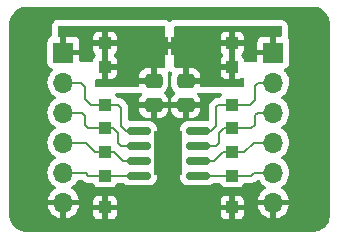
<source format=gtl>
%TF.GenerationSoftware,KiCad,Pcbnew,8.0.3*%
%TF.CreationDate,2024-08-11T06:13:30+12:00*%
%TF.ProjectId,soic-8,736f6963-2d38-42e6-9b69-6361645f7063,rev?*%
%TF.SameCoordinates,Original*%
%TF.FileFunction,Copper,L1,Top*%
%TF.FilePolarity,Positive*%
%FSLAX46Y46*%
G04 Gerber Fmt 4.6, Leading zero omitted, Abs format (unit mm)*
G04 Created by KiCad (PCBNEW 8.0.3) date 2024-08-11 06:13:30*
%MOMM*%
%LPD*%
G01*
G04 APERTURE LIST*
G04 Aperture macros list*
%AMRoundRect*
0 Rectangle with rounded corners*
0 $1 Rounding radius*
0 $2 $3 $4 $5 $6 $7 $8 $9 X,Y pos of 4 corners*
0 Add a 4 corners polygon primitive as box body*
4,1,4,$2,$3,$4,$5,$6,$7,$8,$9,$2,$3,0*
0 Add four circle primitives for the rounded corners*
1,1,$1+$1,$2,$3*
1,1,$1+$1,$4,$5*
1,1,$1+$1,$6,$7*
1,1,$1+$1,$8,$9*
0 Add four rect primitives between the rounded corners*
20,1,$1+$1,$2,$3,$4,$5,0*
20,1,$1+$1,$4,$5,$6,$7,0*
20,1,$1+$1,$6,$7,$8,$9,0*
20,1,$1+$1,$8,$9,$2,$3,0*%
%AMFreePoly0*
4,1,19,0.500000,-0.750000,0.000000,-0.750000,0.000000,-0.744911,-0.071157,-0.744911,-0.207708,-0.704816,-0.327430,-0.627875,-0.420627,-0.520320,-0.479746,-0.390866,-0.500000,-0.250000,-0.500000,0.250000,-0.479746,0.390866,-0.420627,0.520320,-0.327430,0.627875,-0.207708,0.704816,-0.071157,0.744911,0.000000,0.744911,0.000000,0.750000,0.500000,0.750000,0.500000,-0.750000,0.500000,-0.750000,
$1*%
%AMFreePoly1*
4,1,19,0.000000,0.744911,0.071157,0.744911,0.207708,0.704816,0.327430,0.627875,0.420627,0.520320,0.479746,0.390866,0.500000,0.250000,0.500000,-0.250000,0.479746,-0.390866,0.420627,-0.520320,0.327430,-0.627875,0.207708,-0.704816,0.071157,-0.744911,0.000000,-0.744911,0.000000,-0.750000,-0.500000,-0.750000,-0.500000,0.750000,0.000000,0.750000,0.000000,0.744911,0.000000,0.744911,
$1*%
G04 Aperture macros list end*
%TA.AperFunction,EtchedComponent*%
%ADD10C,0.000000*%
%TD*%
%TA.AperFunction,ComponentPad*%
%ADD11R,1.000000X1.000000*%
%TD*%
%TA.AperFunction,SMDPad,CuDef*%
%ADD12RoundRect,0.250000X-0.475000X0.337500X-0.475000X-0.337500X0.475000X-0.337500X0.475000X0.337500X0*%
%TD*%
%TA.AperFunction,SMDPad,CuDef*%
%ADD13RoundRect,0.150000X-0.825000X-0.150000X0.825000X-0.150000X0.825000X0.150000X-0.825000X0.150000X0*%
%TD*%
%TA.AperFunction,HeatsinkPad*%
%ADD14C,0.500000*%
%TD*%
%TA.AperFunction,HeatsinkPad*%
%ADD15R,2.410000X3.810000*%
%TD*%
%TA.AperFunction,SMDPad,CuDef*%
%ADD16FreePoly0,0.000000*%
%TD*%
%TA.AperFunction,SMDPad,CuDef*%
%ADD17FreePoly1,0.000000*%
%TD*%
%TA.AperFunction,ComponentPad*%
%ADD18R,1.700000X1.700000*%
%TD*%
%TA.AperFunction,ComponentPad*%
%ADD19O,1.700000X1.700000*%
%TD*%
%TA.AperFunction,ViaPad*%
%ADD20C,0.600000*%
%TD*%
%TA.AperFunction,ViaPad*%
%ADD21C,0.400000*%
%TD*%
%TA.AperFunction,Conductor*%
%ADD22C,0.200000*%
%TD*%
%ADD23C,0.300000*%
%ADD24C,0.200000*%
%ADD25C,0.350000*%
G04 APERTURE END LIST*
D10*
%TA.AperFunction,EtchedComponent*%
%TO.C,JP101*%
G36*
X-22750000Y-9100000D02*
G01*
X-23250000Y-9100000D01*
X-23250000Y-8500000D01*
X-22750000Y-8500000D01*
X-22750000Y-9100000D01*
G37*
%TD.AperFunction*%
%TD*%
D11*
%TO.P,TP105,1,1*%
%TO.N,Net-(J101-Pin_2)*%
X-28500000Y-13800000D03*
%TD*%
D12*
%TO.P,C101,1*%
%TO.N,Net-(J101-Pin_1)*%
X-24360000Y-11762500D03*
%TO.P,C101,2*%
%TO.N,GND*%
X-24360000Y-13837500D03*
%TD*%
D11*
%TO.P,TP102,1,1*%
%TO.N,Net-(J101-Pin_1)*%
X-28500000Y-10600000D03*
%TD*%
%TO.P,TP103,1,1*%
%TO.N,Net-(J102-Pin_1)*%
X-17700000Y-10600000D03*
%TD*%
%TO.P,TP104,1,1*%
%TO.N,Net-(J102-Pin_1)*%
X-17700000Y-8600000D03*
%TD*%
%TO.P,TP107,1,1*%
%TO.N,Net-(J101-Pin_4)*%
X-28500000Y-17800000D03*
%TD*%
D13*
%TO.P,U101,1,1*%
%TO.N,Net-(J101-Pin_2)*%
X-25585000Y-15995000D03*
%TO.P,U101,2,2*%
%TO.N,Net-(J101-Pin_3)*%
X-25585000Y-17265000D03*
%TO.P,U101,3,3*%
%TO.N,Net-(J101-Pin_4)*%
X-25585000Y-18535000D03*
%TO.P,U101,4,4*%
%TO.N,Net-(J101-Pin_5)*%
X-25585000Y-19805000D03*
%TO.P,U101,5,5*%
%TO.N,Net-(J102-Pin_5)*%
X-20635000Y-19805000D03*
%TO.P,U101,6,6*%
%TO.N,Net-(J102-Pin_4)*%
X-20635000Y-18535000D03*
%TO.P,U101,7,7*%
%TO.N,Net-(J102-Pin_3)*%
X-20635000Y-17265000D03*
%TO.P,U101,8,8*%
%TO.N,Net-(J102-Pin_2)*%
X-20635000Y-15995000D03*
D14*
%TO.P,U101,9,PAD*%
%TO.N,GND*%
X-23810000Y-16500000D03*
X-23810000Y-17900000D03*
X-23810000Y-19300000D03*
D15*
X-23110000Y-17900000D03*
D14*
X-22410000Y-16500000D03*
X-22410000Y-17900000D03*
X-22410000Y-19300000D03*
%TD*%
D11*
%TO.P,TP113,1,1*%
%TO.N,GND*%
X-28500000Y-22500000D03*
%TD*%
%TO.P,TP108,1,1*%
%TO.N,Net-(J101-Pin_5)*%
X-28500000Y-19800000D03*
%TD*%
%TO.P,TP110,1,1*%
%TO.N,Net-(J102-Pin_4)*%
X-17700000Y-17800000D03*
%TD*%
%TO.P,TP111,1,1*%
%TO.N,Net-(J102-Pin_3)*%
X-17700000Y-15800000D03*
%TD*%
%TO.P,TP109,1,1*%
%TO.N,Net-(J102-Pin_5)*%
X-17700000Y-19800000D03*
%TD*%
%TO.P,TP112,1,1*%
%TO.N,Net-(J102-Pin_2)*%
X-17700000Y-13800000D03*
%TD*%
%TO.P,TP114,1,1*%
%TO.N,GND*%
X-17700000Y-22500000D03*
%TD*%
D12*
%TO.P,C102,1*%
%TO.N,Net-(J102-Pin_1)*%
X-21640000Y-11762500D03*
%TO.P,C102,2*%
%TO.N,GND*%
X-21640000Y-13837500D03*
%TD*%
D11*
%TO.P,TP106,1,1*%
%TO.N,Net-(J101-Pin_3)*%
X-28500000Y-15800000D03*
%TD*%
D16*
%TO.P,JP101,1,A*%
%TO.N,Net-(J101-Pin_1)*%
X-23650000Y-8800000D03*
D17*
%TO.P,JP101,2,B*%
%TO.N,Net-(J102-Pin_1)*%
X-22350000Y-8800000D03*
%TD*%
D11*
%TO.P,TP101,1,1*%
%TO.N,Net-(J101-Pin_1)*%
X-28500000Y-8600000D03*
%TD*%
D18*
%TO.P,J102,1,Pin_1*%
%TO.N,Net-(J102-Pin_1)*%
X-14220000Y-9380000D03*
D19*
%TO.P,J102,2,Pin_2*%
%TO.N,Net-(J102-Pin_2)*%
X-14220000Y-11920000D03*
%TO.P,J102,3,Pin_3*%
%TO.N,Net-(J102-Pin_3)*%
X-14220000Y-14460000D03*
%TO.P,J102,4,Pin_4*%
%TO.N,Net-(J102-Pin_4)*%
X-14220000Y-17000000D03*
%TO.P,J102,5,Pin_5*%
%TO.N,Net-(J102-Pin_5)*%
X-14220000Y-19540000D03*
%TO.P,J102,6,Pin_6*%
%TO.N,GND*%
X-14220000Y-22080000D03*
%TD*%
D18*
%TO.P,J101,1,Pin_1*%
%TO.N,Net-(J101-Pin_1)*%
X-32000000Y-9380000D03*
D19*
%TO.P,J101,2,Pin_2*%
%TO.N,Net-(J101-Pin_2)*%
X-32000000Y-11920000D03*
%TO.P,J101,3,Pin_3*%
%TO.N,Net-(J101-Pin_3)*%
X-32000000Y-14460000D03*
%TO.P,J101,4,Pin_4*%
%TO.N,Net-(J101-Pin_4)*%
X-32000000Y-17000000D03*
%TO.P,J101,5,Pin_5*%
%TO.N,Net-(J101-Pin_5)*%
X-32000000Y-19540000D03*
%TO.P,J101,6,Pin_6*%
%TO.N,GND*%
X-32000000Y-22080000D03*
%TD*%
D20*
%TO.N,GND*%
X-21000000Y-24000000D03*
X-35000000Y-24000000D03*
D21*
X-20500000Y-13840380D03*
D20*
X-27000000Y-24000000D03*
D21*
X-26000000Y-14900000D03*
D20*
X-29000000Y-6000000D03*
D21*
X-23000000Y-12800000D03*
X-19000000Y-13000000D03*
X-27200000Y-13000000D03*
D20*
X-10000000Y-22000000D03*
X-27000000Y-6000000D03*
X-13000000Y-24000000D03*
X-21000000Y-6000000D03*
X-25000000Y-6000000D03*
X-10000000Y-8000000D03*
X-36000000Y-20000000D03*
D21*
X-23000000Y-11200000D03*
D20*
X-36000000Y-10000000D03*
D21*
X-25437500Y-13837500D03*
D20*
X-13000000Y-6000000D03*
X-15000000Y-6000000D03*
X-36000000Y-18000000D03*
X-10000000Y-12000000D03*
X-35000000Y-6000000D03*
X-19000000Y-24000000D03*
X-36000000Y-12000000D03*
D21*
X-23000000Y-14800000D03*
D20*
X-17000000Y-24000000D03*
X-19000000Y-6000000D03*
X-25000000Y-24000000D03*
X-33000000Y-6000000D03*
X-11000000Y-24000000D03*
X-31000000Y-6000000D03*
D21*
X-25800000Y-13100000D03*
D20*
X-31000000Y-24000000D03*
X-33000000Y-24000000D03*
X-10000000Y-14000000D03*
X-36000000Y-14000000D03*
X-11000000Y-6000000D03*
X-36000000Y-8000000D03*
X-15000000Y-24000000D03*
X-10000000Y-20000000D03*
D21*
X-20000000Y-14900000D03*
D20*
X-29000000Y-24000000D03*
D21*
X-20200000Y-13100000D03*
D20*
X-10000000Y-10000000D03*
X-23000000Y-24000000D03*
X-36000000Y-22000000D03*
X-23000000Y-6000000D03*
X-17000000Y-6000000D03*
X-10000000Y-18000000D03*
X-36000000Y-16000000D03*
X-10000000Y-16000000D03*
%TD*%
D22*
%TO.N,Net-(J101-Pin_4)*%
X-28500000Y-17800000D02*
X-29300000Y-17800000D01*
X-30060000Y-17040000D02*
X-32000000Y-17040000D01*
X-29300000Y-17800000D02*
X-30060000Y-17040000D01*
X-28500000Y-17800000D02*
X-27700000Y-17800000D01*
X-26965000Y-18535000D02*
X-25475000Y-18535000D01*
X-27700000Y-17800000D02*
X-26965000Y-18535000D01*
%TO.N,Net-(J101-Pin_2)*%
X-30540000Y-11960000D02*
X-32000000Y-11960000D01*
X-27400000Y-13800000D02*
X-28500000Y-13800000D01*
X-28500000Y-13800000D02*
X-29700000Y-13800000D01*
X-25475000Y-15995000D02*
X-26505000Y-15995000D01*
X-26705000Y-15995000D02*
X-25585000Y-15995000D01*
X-27100000Y-14100000D02*
X-27400000Y-13800000D01*
X-27100000Y-15600000D02*
X-27100000Y-14100000D01*
X-30200000Y-12300000D02*
X-30540000Y-11960000D01*
X-26705000Y-15995000D02*
X-27100000Y-15600000D01*
X-29700000Y-13800000D02*
X-30200000Y-13300000D01*
X-30200000Y-13300000D02*
X-30200000Y-12300000D01*
%TO.N,Net-(J101-Pin_3)*%
X-28300000Y-15800000D02*
X-29900000Y-15800000D01*
X-29900000Y-15800000D02*
X-30200000Y-15500000D01*
X-27400000Y-16200000D02*
X-27400000Y-17000000D01*
X-30200000Y-15500000D02*
X-30200000Y-14750000D01*
X-30450000Y-14500000D02*
X-32000000Y-14500000D01*
X-27135000Y-17265000D02*
X-25475000Y-17265000D01*
X-30200000Y-14750000D02*
X-30450000Y-14500000D01*
X-27800000Y-15800000D02*
X-27400000Y-16200000D01*
X-27400000Y-17000000D02*
X-27135000Y-17265000D01*
X-28500000Y-15800000D02*
X-27800000Y-15800000D01*
%TO.N,Net-(J102-Pin_2)*%
X-15800000Y-12200000D02*
X-15800000Y-13400000D01*
X-15800000Y-13400000D02*
X-16200000Y-13800000D01*
X-19100000Y-15600000D02*
X-19100000Y-14000000D01*
X-20525000Y-15995000D02*
X-19495000Y-15995000D01*
X-19495000Y-15995000D02*
X-19100000Y-15600000D01*
X-16200000Y-13800000D02*
X-17700000Y-13800000D01*
X-19100000Y-14000000D02*
X-18900000Y-13800000D01*
X-18900000Y-13800000D02*
X-17700000Y-13800000D01*
X-14000000Y-11920000D02*
X-15520000Y-11920000D01*
X-15520000Y-11920000D02*
X-15800000Y-12200000D01*
%TO.N,Net-(J102-Pin_3)*%
X-18800000Y-16200000D02*
X-18400000Y-15800000D01*
X-15800000Y-15500000D02*
X-15800000Y-14700000D01*
X-18800000Y-17000000D02*
X-18800000Y-16200000D01*
X-20525000Y-17265000D02*
X-19065000Y-17265000D01*
X-15800000Y-14700000D02*
X-15560000Y-14460000D01*
X-18400000Y-15800000D02*
X-17700000Y-15800000D01*
X-17700000Y-15800000D02*
X-16100000Y-15800000D01*
X-15560000Y-14460000D02*
X-14000000Y-14460000D01*
X-19065000Y-17265000D02*
X-18800000Y-17000000D01*
X-16100000Y-15800000D02*
X-15800000Y-15500000D01*
%TO.N,Net-(J102-Pin_4)*%
X-17700000Y-17800000D02*
X-16700000Y-17800000D01*
X-19235000Y-18535000D02*
X-18500000Y-17800000D01*
X-15900000Y-17000000D02*
X-14000000Y-17000000D01*
X-16700000Y-17800000D02*
X-15900000Y-17000000D01*
X-18500000Y-17800000D02*
X-17700000Y-17800000D01*
X-20525000Y-18535000D02*
X-19235000Y-18535000D01*
%TO.N,Net-(J101-Pin_5)*%
X-30120000Y-19580000D02*
X-32000000Y-19580000D01*
X-28495000Y-19805000D02*
X-28500000Y-19800000D01*
X-25475000Y-19805000D02*
X-28495000Y-19805000D01*
X-29900000Y-19800000D02*
X-30120000Y-19580000D01*
X-28500000Y-19800000D02*
X-29900000Y-19800000D01*
%TO.N,Net-(J102-Pin_5)*%
X-17705000Y-19805000D02*
X-17700000Y-19800000D01*
X-18005000Y-19805000D02*
X-18000000Y-19800000D01*
X-20525000Y-19805000D02*
X-17705000Y-19805000D01*
X-15840000Y-19540000D02*
X-14000000Y-19540000D01*
X-16100000Y-19800000D02*
X-15840000Y-19540000D01*
X-17700000Y-19800000D02*
X-16100000Y-19800000D01*
%TD*%
%TA.AperFunction,Conductor*%
%TO.N,Net-(J101-Pin_1)*%
G36*
X-23456961Y-7119685D02*
G01*
X-23411206Y-7172489D01*
X-23400000Y-7224000D01*
X-23400000Y-10562703D01*
X-23419685Y-10629742D01*
X-23441773Y-10655518D01*
X-23492037Y-10700048D01*
X-23555270Y-10729770D01*
X-23613268Y-10724939D01*
X-23732303Y-10685494D01*
X-23732310Y-10685493D01*
X-23835014Y-10675000D01*
X-24110000Y-10675000D01*
X-24110000Y-11888500D01*
X-24129685Y-11955539D01*
X-24182489Y-12001294D01*
X-24234000Y-12012500D01*
X-25584999Y-12012500D01*
X-25584999Y-12149984D01*
X-25583628Y-12163397D01*
X-25596397Y-12232090D01*
X-25644277Y-12282975D01*
X-25706986Y-12300000D01*
X-27103325Y-12300000D01*
X-27111597Y-12299500D01*
X-27114944Y-12299500D01*
X-27285056Y-12299500D01*
X-27288403Y-12299500D01*
X-27296675Y-12300000D01*
X-29176000Y-12300000D01*
X-29243039Y-12280315D01*
X-29288794Y-12227511D01*
X-29300000Y-12176000D01*
X-29300000Y-11700347D01*
X-29280315Y-11633308D01*
X-29227511Y-11587553D01*
X-29158353Y-11577609D01*
X-29132666Y-11584165D01*
X-29107377Y-11593597D01*
X-29107373Y-11593598D01*
X-29047845Y-11599999D01*
X-29047828Y-11600000D01*
X-28750000Y-11600000D01*
X-28250000Y-11600000D01*
X-27952172Y-11600000D01*
X-27952156Y-11599999D01*
X-27892628Y-11593598D01*
X-27892621Y-11593596D01*
X-27757914Y-11543354D01*
X-27757907Y-11543350D01*
X-27642813Y-11457190D01*
X-27642810Y-11457187D01*
X-27581294Y-11375013D01*
X-25585000Y-11375013D01*
X-25585000Y-11512500D01*
X-24610000Y-11512500D01*
X-24610000Y-10675000D01*
X-24884971Y-10675000D01*
X-24884988Y-10675001D01*
X-24987698Y-10685494D01*
X-25154120Y-10740641D01*
X-25154125Y-10740643D01*
X-25303346Y-10832684D01*
X-25427316Y-10956654D01*
X-25519357Y-11105875D01*
X-25519359Y-11105880D01*
X-25574506Y-11272302D01*
X-25574507Y-11272309D01*
X-25585000Y-11375013D01*
X-27581294Y-11375013D01*
X-27556650Y-11342093D01*
X-27556646Y-11342086D01*
X-27506404Y-11207379D01*
X-27506402Y-11207372D01*
X-27500001Y-11147844D01*
X-27500000Y-11147827D01*
X-27500000Y-10850000D01*
X-28250000Y-10850000D01*
X-28250000Y-11600000D01*
X-28750000Y-11600000D01*
X-28750000Y-10649728D01*
X-28711940Y-10741614D01*
X-28641614Y-10811940D01*
X-28549728Y-10850000D01*
X-28450272Y-10850000D01*
X-28358386Y-10811940D01*
X-28288060Y-10741614D01*
X-28250000Y-10649728D01*
X-28250000Y-10550272D01*
X-28288060Y-10458386D01*
X-28358386Y-10388060D01*
X-28450272Y-10350000D01*
X-28250000Y-10350000D01*
X-27500000Y-10350000D01*
X-27500000Y-10052172D01*
X-27500001Y-10052155D01*
X-27506402Y-9992627D01*
X-27506404Y-9992620D01*
X-27556646Y-9857913D01*
X-27556650Y-9857906D01*
X-27642810Y-9742813D01*
X-27700979Y-9699267D01*
X-27742850Y-9643333D01*
X-27747834Y-9573641D01*
X-27714349Y-9512318D01*
X-27700979Y-9500733D01*
X-27642810Y-9457186D01*
X-27556650Y-9342093D01*
X-27556646Y-9342086D01*
X-27506404Y-9207379D01*
X-27506402Y-9207372D01*
X-27500001Y-9147844D01*
X-27500000Y-9147827D01*
X-27500000Y-8850000D01*
X-28250000Y-8850000D01*
X-28250000Y-10350000D01*
X-28450272Y-10350000D01*
X-28549728Y-10350000D01*
X-28641614Y-10388060D01*
X-28711940Y-10458386D01*
X-28750000Y-10550272D01*
X-28750000Y-8850000D01*
X-29500000Y-8850000D01*
X-29500000Y-9147844D01*
X-29493599Y-9207372D01*
X-29493597Y-9207379D01*
X-29443355Y-9342086D01*
X-29443351Y-9342093D01*
X-29357191Y-9457187D01*
X-29299021Y-9500734D01*
X-29257151Y-9556668D01*
X-29252167Y-9626360D01*
X-29285653Y-9687683D01*
X-29299021Y-9699266D01*
X-29357191Y-9742812D01*
X-29443351Y-9857906D01*
X-29443355Y-9857913D01*
X-29493597Y-9992620D01*
X-29493599Y-9992627D01*
X-29500000Y-10052155D01*
X-29500000Y-10076000D01*
X-29519685Y-10143039D01*
X-29572489Y-10188794D01*
X-29624000Y-10200000D01*
X-30526000Y-10200000D01*
X-30593039Y-10180315D01*
X-30638794Y-10127511D01*
X-30650000Y-10076000D01*
X-30650000Y-9630000D01*
X-31566988Y-9630000D01*
X-31534075Y-9572993D01*
X-31500000Y-9445826D01*
X-31500000Y-9314174D01*
X-31534075Y-9187007D01*
X-31566988Y-9130000D01*
X-30650000Y-9130000D01*
X-30650000Y-8550272D01*
X-28750000Y-8550272D01*
X-28750000Y-8649728D01*
X-28711940Y-8741614D01*
X-28641614Y-8811940D01*
X-28549728Y-8850000D01*
X-28450272Y-8850000D01*
X-28358386Y-8811940D01*
X-28288060Y-8741614D01*
X-28250000Y-8649728D01*
X-28250000Y-8550272D01*
X-28288060Y-8458386D01*
X-28358386Y-8388060D01*
X-28450272Y-8350000D01*
X-28250000Y-8350000D01*
X-27500000Y-8350000D01*
X-27500000Y-8052172D01*
X-27500001Y-8052155D01*
X-27506402Y-7992627D01*
X-27506404Y-7992620D01*
X-27556646Y-7857913D01*
X-27556650Y-7857906D01*
X-27642810Y-7742812D01*
X-27642813Y-7742809D01*
X-27757907Y-7656649D01*
X-27757914Y-7656645D01*
X-27892621Y-7606403D01*
X-27892628Y-7606401D01*
X-27952156Y-7600000D01*
X-28250000Y-7600000D01*
X-28250000Y-8350000D01*
X-28450272Y-8350000D01*
X-28549728Y-8350000D01*
X-28641614Y-8388060D01*
X-28711940Y-8458386D01*
X-28750000Y-8550272D01*
X-30650000Y-8550272D01*
X-30650000Y-8482172D01*
X-30650001Y-8482155D01*
X-30656402Y-8422627D01*
X-30656404Y-8422620D01*
X-30706646Y-8287913D01*
X-30706650Y-8287906D01*
X-30792810Y-8172812D01*
X-30792813Y-8172809D01*
X-30907907Y-8086649D01*
X-30907914Y-8086645D01*
X-31000387Y-8052155D01*
X-29500000Y-8052155D01*
X-29500000Y-8350000D01*
X-28750000Y-8350000D01*
X-28750000Y-7600000D01*
X-29047845Y-7600000D01*
X-29107373Y-7606401D01*
X-29107380Y-7606403D01*
X-29242087Y-7656645D01*
X-29242094Y-7656649D01*
X-29357188Y-7742809D01*
X-29357191Y-7742812D01*
X-29443351Y-7857906D01*
X-29443355Y-7857913D01*
X-29493597Y-7992620D01*
X-29493599Y-7992627D01*
X-29500000Y-8052155D01*
X-31000387Y-8052155D01*
X-31042621Y-8036403D01*
X-31042628Y-8036401D01*
X-31102156Y-8030000D01*
X-31750000Y-8030000D01*
X-31750000Y-8946988D01*
X-31807007Y-8914075D01*
X-31934174Y-8880000D01*
X-32065826Y-8880000D01*
X-32192993Y-8914075D01*
X-32250000Y-8946988D01*
X-32250000Y-8030000D01*
X-32376000Y-8030000D01*
X-32443039Y-8010315D01*
X-32488794Y-7957511D01*
X-32500000Y-7906000D01*
X-32500000Y-7224000D01*
X-32480315Y-7156961D01*
X-32427511Y-7111206D01*
X-32376000Y-7100000D01*
X-23524000Y-7100000D01*
X-23456961Y-7119685D01*
G37*
%TD.AperFunction*%
%TD*%
%TA.AperFunction,Conductor*%
%TO.N,Net-(J102-Pin_1)*%
G36*
X-13556961Y-7119685D02*
G01*
X-13511206Y-7172489D01*
X-13500000Y-7224000D01*
X-13500000Y-7906000D01*
X-13519685Y-7973039D01*
X-13572489Y-8018794D01*
X-13624000Y-8030000D01*
X-13970000Y-8030000D01*
X-13970000Y-8946988D01*
X-14027007Y-8914075D01*
X-14154174Y-8880000D01*
X-14285826Y-8880000D01*
X-14412993Y-8914075D01*
X-14470000Y-8946988D01*
X-14470000Y-8030000D01*
X-15117845Y-8030000D01*
X-15177373Y-8036401D01*
X-15177380Y-8036403D01*
X-15312087Y-8086645D01*
X-15312094Y-8086649D01*
X-15427188Y-8172809D01*
X-15427191Y-8172812D01*
X-15513351Y-8287906D01*
X-15513355Y-8287913D01*
X-15563597Y-8422620D01*
X-15563599Y-8422627D01*
X-15570000Y-8482155D01*
X-15570000Y-9130000D01*
X-14653012Y-9130000D01*
X-14685925Y-9187007D01*
X-14720000Y-9314174D01*
X-14720000Y-9445826D01*
X-14685925Y-9572993D01*
X-14653012Y-9630000D01*
X-15570000Y-9630000D01*
X-15570000Y-10076000D01*
X-15589685Y-10143039D01*
X-15642489Y-10188794D01*
X-15694000Y-10200000D01*
X-16576000Y-10200000D01*
X-16643039Y-10180315D01*
X-16688794Y-10127511D01*
X-16700000Y-10076000D01*
X-16700000Y-10052172D01*
X-16700001Y-10052155D01*
X-16706402Y-9992627D01*
X-16706404Y-9992620D01*
X-16756646Y-9857913D01*
X-16756650Y-9857906D01*
X-16842810Y-9742813D01*
X-16900979Y-9699267D01*
X-16942850Y-9643333D01*
X-16947834Y-9573641D01*
X-16914349Y-9512318D01*
X-16900979Y-9500733D01*
X-16842810Y-9457186D01*
X-16756650Y-9342093D01*
X-16756646Y-9342086D01*
X-16706404Y-9207379D01*
X-16706402Y-9207372D01*
X-16700001Y-9147844D01*
X-16700000Y-9147827D01*
X-16700000Y-8850000D01*
X-17450000Y-8850000D01*
X-17450000Y-10550272D01*
X-17488060Y-10458386D01*
X-17558386Y-10388060D01*
X-17650272Y-10350000D01*
X-17749728Y-10350000D01*
X-17841614Y-10388060D01*
X-17911940Y-10458386D01*
X-17950000Y-10550272D01*
X-17950000Y-10649728D01*
X-17911940Y-10741614D01*
X-17841614Y-10811940D01*
X-17749728Y-10850000D01*
X-17650272Y-10850000D01*
X-17558386Y-10811940D01*
X-17488060Y-10741614D01*
X-17450000Y-10649728D01*
X-17450000Y-11600000D01*
X-17152172Y-11600000D01*
X-17152156Y-11599999D01*
X-17092628Y-11593598D01*
X-17092621Y-11593596D01*
X-16957914Y-11543354D01*
X-16957911Y-11543352D01*
X-16898312Y-11498736D01*
X-16832848Y-11474318D01*
X-16764575Y-11489169D01*
X-16715169Y-11538573D01*
X-16700000Y-11598002D01*
X-16700000Y-12176000D01*
X-16719685Y-12243039D01*
X-16772489Y-12288794D01*
X-16824000Y-12300000D01*
X-18903325Y-12300000D01*
X-18911597Y-12299500D01*
X-18914944Y-12299500D01*
X-19085056Y-12299500D01*
X-19088403Y-12299500D01*
X-19096675Y-12300000D01*
X-20293013Y-12300000D01*
X-20360052Y-12280315D01*
X-20405807Y-12227511D01*
X-20416371Y-12163395D01*
X-20415001Y-12149981D01*
X-20415000Y-12149973D01*
X-20415000Y-12012500D01*
X-21766000Y-12012500D01*
X-21833039Y-11992815D01*
X-21878794Y-11940011D01*
X-21890000Y-11888500D01*
X-21890000Y-11512500D01*
X-21390000Y-11512500D01*
X-20415001Y-11512500D01*
X-20415001Y-11375028D01*
X-20415002Y-11375013D01*
X-20425495Y-11272302D01*
X-20466736Y-11147844D01*
X-18700000Y-11147844D01*
X-18693599Y-11207372D01*
X-18693597Y-11207379D01*
X-18643355Y-11342086D01*
X-18643351Y-11342093D01*
X-18557191Y-11457187D01*
X-18557188Y-11457190D01*
X-18442094Y-11543350D01*
X-18442087Y-11543354D01*
X-18307380Y-11593596D01*
X-18307373Y-11593598D01*
X-18247845Y-11599999D01*
X-18247828Y-11600000D01*
X-17950000Y-11600000D01*
X-17950000Y-10850000D01*
X-18700000Y-10850000D01*
X-18700000Y-11147844D01*
X-20466736Y-11147844D01*
X-20480642Y-11105880D01*
X-20480644Y-11105875D01*
X-20572685Y-10956654D01*
X-20696655Y-10832684D01*
X-20845876Y-10740643D01*
X-20845881Y-10740641D01*
X-21012303Y-10685494D01*
X-21012310Y-10685493D01*
X-21115014Y-10675000D01*
X-21390000Y-10675000D01*
X-21390000Y-11512500D01*
X-21890000Y-11512500D01*
X-21890000Y-10675000D01*
X-22164971Y-10675000D01*
X-22164988Y-10675001D01*
X-22267699Y-10685494D01*
X-22386734Y-10724938D01*
X-22456562Y-10727340D01*
X-22507964Y-10700047D01*
X-22558227Y-10655518D01*
X-22595354Y-10596329D01*
X-22600000Y-10562703D01*
X-22600000Y-9147844D01*
X-18700000Y-9147844D01*
X-18693599Y-9207372D01*
X-18693597Y-9207379D01*
X-18643355Y-9342086D01*
X-18643351Y-9342093D01*
X-18557191Y-9457187D01*
X-18499021Y-9500734D01*
X-18457151Y-9556668D01*
X-18452167Y-9626360D01*
X-18485653Y-9687683D01*
X-18499021Y-9699266D01*
X-18557191Y-9742812D01*
X-18643351Y-9857906D01*
X-18643355Y-9857913D01*
X-18693597Y-9992620D01*
X-18693599Y-9992627D01*
X-18700000Y-10052155D01*
X-18700000Y-10350000D01*
X-17950000Y-10350000D01*
X-17950000Y-8850000D01*
X-18700000Y-8850000D01*
X-18700000Y-9147844D01*
X-22600000Y-9147844D01*
X-22600000Y-8550272D01*
X-17950000Y-8550272D01*
X-17950000Y-8649728D01*
X-17911940Y-8741614D01*
X-17841614Y-8811940D01*
X-17749728Y-8850000D01*
X-17650272Y-8850000D01*
X-17558386Y-8811940D01*
X-17488060Y-8741614D01*
X-17450000Y-8649728D01*
X-17450000Y-8550272D01*
X-17488060Y-8458386D01*
X-17558386Y-8388060D01*
X-17650272Y-8350000D01*
X-17450000Y-8350000D01*
X-16700000Y-8350000D01*
X-16700000Y-8052172D01*
X-16700001Y-8052155D01*
X-16706402Y-7992627D01*
X-16706404Y-7992620D01*
X-16756646Y-7857913D01*
X-16756650Y-7857906D01*
X-16842810Y-7742812D01*
X-16842813Y-7742809D01*
X-16957907Y-7656649D01*
X-16957914Y-7656645D01*
X-17092621Y-7606403D01*
X-17092628Y-7606401D01*
X-17152156Y-7600000D01*
X-17450000Y-7600000D01*
X-17450000Y-8350000D01*
X-17650272Y-8350000D01*
X-17749728Y-8350000D01*
X-17841614Y-8388060D01*
X-17911940Y-8458386D01*
X-17950000Y-8550272D01*
X-22600000Y-8550272D01*
X-22600000Y-8052155D01*
X-18700000Y-8052155D01*
X-18700000Y-8350000D01*
X-17950000Y-8350000D01*
X-17950000Y-7600000D01*
X-18247845Y-7600000D01*
X-18307373Y-7606401D01*
X-18307380Y-7606403D01*
X-18442087Y-7656645D01*
X-18442094Y-7656649D01*
X-18557188Y-7742809D01*
X-18557191Y-7742812D01*
X-18643351Y-7857906D01*
X-18643355Y-7857913D01*
X-18693597Y-7992620D01*
X-18693599Y-7992627D01*
X-18700000Y-8052155D01*
X-22600000Y-8052155D01*
X-22600000Y-7224000D01*
X-22580315Y-7156961D01*
X-22527511Y-7111206D01*
X-22476000Y-7100000D01*
X-13624000Y-7100000D01*
X-13556961Y-7119685D01*
G37*
%TD.AperFunction*%
%TD*%
%TA.AperFunction,Conductor*%
%TO.N,GND*%
G36*
X-10980103Y-5500501D02*
G01*
X-10918637Y-5500500D01*
X-10909792Y-5500815D01*
X-10709649Y-5515128D01*
X-10692146Y-5517645D01*
X-10500413Y-5559353D01*
X-10483447Y-5564334D01*
X-10299598Y-5632906D01*
X-10283516Y-5640249D01*
X-10111285Y-5734294D01*
X-10096422Y-5743847D01*
X-9939345Y-5861432D01*
X-9925974Y-5873017D01*
X-9787228Y-6011762D01*
X-9775642Y-6025133D01*
X-9658056Y-6182208D01*
X-9648491Y-6197092D01*
X-9554460Y-6369296D01*
X-9547110Y-6385389D01*
X-9478539Y-6569234D01*
X-9473555Y-6586210D01*
X-9431849Y-6777931D01*
X-9429331Y-6795442D01*
X-9415030Y-6995384D01*
X-9414714Y-7004231D01*
X-9414714Y-23012286D01*
X-9414715Y-23012304D01*
X-9414715Y-23081364D01*
X-9415031Y-23090209D01*
X-9429343Y-23290345D01*
X-9431861Y-23307858D01*
X-9473567Y-23499580D01*
X-9478551Y-23516555D01*
X-9547119Y-23700396D01*
X-9554469Y-23716490D01*
X-9648502Y-23888699D01*
X-9658067Y-23903582D01*
X-9775649Y-24060654D01*
X-9787235Y-24074025D01*
X-9925975Y-24212765D01*
X-9939346Y-24224351D01*
X-10096418Y-24341933D01*
X-10111301Y-24351498D01*
X-10283510Y-24445531D01*
X-10299604Y-24452881D01*
X-10483445Y-24521449D01*
X-10500420Y-24526433D01*
X-10692142Y-24568139D01*
X-10709655Y-24570657D01*
X-10909791Y-24584969D01*
X-10918636Y-24585285D01*
X-10987697Y-24585285D01*
X-10987713Y-24585286D01*
X-35012287Y-24585286D01*
X-35012303Y-24585285D01*
X-35081365Y-24585285D01*
X-35090210Y-24584969D01*
X-35290346Y-24570657D01*
X-35307859Y-24568139D01*
X-35499581Y-24526433D01*
X-35516556Y-24521449D01*
X-35608477Y-24487165D01*
X-35700401Y-24452879D01*
X-35716486Y-24445533D01*
X-35888703Y-24351496D01*
X-35903579Y-24341935D01*
X-36060655Y-24224351D01*
X-36074026Y-24212765D01*
X-36212766Y-24074025D01*
X-36224352Y-24060654D01*
X-36341939Y-23903575D01*
X-36351495Y-23888706D01*
X-36445537Y-23716479D01*
X-36452877Y-23700407D01*
X-36521452Y-23516550D01*
X-36526434Y-23499580D01*
X-36527736Y-23493596D01*
X-36568141Y-23307853D01*
X-36570658Y-23290345D01*
X-36573286Y-23253600D01*
X-36584971Y-23090208D01*
X-36585286Y-23081362D01*
X-36585285Y-23019897D01*
X-36585286Y-23019893D01*
X-36585286Y-11919999D01*
X-33355659Y-11919999D01*
X-33355659Y-11920000D01*
X-33335064Y-12155403D01*
X-33335062Y-12155413D01*
X-33273906Y-12383655D01*
X-33273904Y-12383659D01*
X-33273903Y-12383663D01*
X-33257269Y-12419334D01*
X-33174035Y-12597830D01*
X-33174033Y-12597834D01*
X-33087905Y-12720836D01*
X-33040580Y-12788424D01*
X-33038499Y-12791395D01*
X-33038494Y-12791402D01*
X-32871403Y-12958493D01*
X-32871397Y-12958498D01*
X-32685842Y-13088425D01*
X-32642217Y-13143002D01*
X-32635023Y-13212500D01*
X-32666546Y-13274855D01*
X-32685842Y-13291575D01*
X-32871403Y-13421505D01*
X-33038495Y-13588597D01*
X-33174035Y-13782169D01*
X-33174036Y-13782171D01*
X-33273902Y-13996335D01*
X-33273906Y-13996344D01*
X-33335062Y-14224586D01*
X-33335064Y-14224596D01*
X-33355659Y-14459999D01*
X-33355659Y-14460000D01*
X-33335064Y-14695403D01*
X-33335062Y-14695413D01*
X-33273906Y-14923655D01*
X-33273904Y-14923659D01*
X-33273903Y-14923663D01*
X-33203100Y-15075500D01*
X-33174035Y-15137830D01*
X-33174033Y-15137834D01*
X-33100216Y-15243255D01*
X-33041631Y-15326923D01*
X-33038499Y-15331395D01*
X-33038494Y-15331402D01*
X-32871403Y-15498493D01*
X-32871397Y-15498498D01*
X-32685842Y-15628425D01*
X-32642217Y-15683002D01*
X-32635023Y-15752500D01*
X-32666546Y-15814855D01*
X-32685842Y-15831575D01*
X-32871403Y-15961505D01*
X-33038495Y-16128597D01*
X-33174035Y-16322169D01*
X-33174036Y-16322171D01*
X-33273902Y-16536335D01*
X-33273906Y-16536344D01*
X-33335062Y-16764586D01*
X-33335064Y-16764596D01*
X-33355659Y-16999999D01*
X-33355659Y-17000000D01*
X-33335064Y-17235403D01*
X-33335062Y-17235413D01*
X-33273906Y-17463655D01*
X-33273904Y-17463659D01*
X-33273903Y-17463663D01*
X-33208773Y-17603334D01*
X-33174035Y-17677830D01*
X-33174033Y-17677834D01*
X-33065719Y-17832521D01*
X-33038499Y-17871396D01*
X-33038494Y-17871402D01*
X-32871403Y-18038493D01*
X-32871397Y-18038498D01*
X-32685842Y-18168425D01*
X-32642217Y-18223002D01*
X-32635023Y-18292500D01*
X-32666546Y-18354855D01*
X-32685842Y-18371575D01*
X-32871403Y-18501505D01*
X-33038495Y-18668597D01*
X-33174035Y-18862169D01*
X-33174036Y-18862171D01*
X-33273902Y-19076335D01*
X-33273906Y-19076344D01*
X-33335062Y-19304586D01*
X-33335064Y-19304596D01*
X-33355659Y-19539999D01*
X-33355659Y-19540000D01*
X-33335064Y-19775403D01*
X-33335062Y-19775413D01*
X-33273906Y-20003655D01*
X-33273904Y-20003659D01*
X-33273903Y-20003663D01*
X-33208773Y-20143334D01*
X-33174035Y-20217830D01*
X-33174033Y-20217834D01*
X-33076684Y-20356862D01*
X-33038499Y-20411396D01*
X-33038494Y-20411402D01*
X-32871403Y-20578493D01*
X-32871397Y-20578498D01*
X-32832835Y-20605499D01*
X-32758505Y-20657546D01*
X-32685406Y-20708730D01*
X-32641781Y-20763307D01*
X-32634587Y-20832805D01*
X-32666110Y-20895160D01*
X-32685405Y-20911880D01*
X-32871078Y-21041890D01*
X-32871080Y-21041891D01*
X-33038109Y-21208920D01*
X-33038114Y-21208926D01*
X-33173600Y-21402420D01*
X-33173601Y-21402422D01*
X-33273430Y-21616507D01*
X-33273433Y-21616513D01*
X-33330636Y-21829999D01*
X-33330636Y-21830000D01*
X-32433012Y-21830000D01*
X-32465925Y-21887007D01*
X-32500000Y-22014174D01*
X-32500000Y-22145826D01*
X-32465925Y-22272993D01*
X-32433012Y-22330000D01*
X-33330636Y-22330000D01*
X-33273433Y-22543486D01*
X-33273430Y-22543492D01*
X-33173601Y-22757578D01*
X-33038106Y-22951082D01*
X-32871083Y-23118105D01*
X-32677579Y-23253600D01*
X-32463493Y-23353429D01*
X-32463484Y-23353433D01*
X-32250000Y-23410634D01*
X-32250000Y-22513012D01*
X-32192993Y-22545925D01*
X-32065826Y-22580000D01*
X-31934174Y-22580000D01*
X-31807007Y-22545925D01*
X-31750000Y-22513012D01*
X-31750000Y-23410633D01*
X-31536517Y-23353433D01*
X-31536508Y-23353429D01*
X-31322422Y-23253600D01*
X-31128918Y-23118105D01*
X-31058657Y-23047844D01*
X-29500000Y-23047844D01*
X-29493599Y-23107372D01*
X-29493597Y-23107379D01*
X-29443355Y-23242086D01*
X-29443351Y-23242093D01*
X-29357191Y-23357187D01*
X-29357188Y-23357190D01*
X-29242094Y-23443350D01*
X-29242087Y-23443354D01*
X-29107380Y-23493596D01*
X-29107373Y-23493598D01*
X-29047845Y-23499999D01*
X-29047828Y-23500000D01*
X-28750000Y-23500000D01*
X-28250000Y-23500000D01*
X-27952172Y-23500000D01*
X-27952156Y-23499999D01*
X-27892628Y-23493598D01*
X-27892621Y-23493596D01*
X-27757914Y-23443354D01*
X-27757907Y-23443350D01*
X-27642813Y-23357190D01*
X-27642810Y-23357187D01*
X-27556650Y-23242093D01*
X-27556646Y-23242086D01*
X-27506404Y-23107379D01*
X-27506402Y-23107372D01*
X-27500001Y-23047844D01*
X-18700000Y-23047844D01*
X-18693599Y-23107372D01*
X-18693597Y-23107379D01*
X-18643355Y-23242086D01*
X-18643351Y-23242093D01*
X-18557191Y-23357187D01*
X-18557188Y-23357190D01*
X-18442094Y-23443350D01*
X-18442087Y-23443354D01*
X-18307380Y-23493596D01*
X-18307373Y-23493598D01*
X-18247845Y-23499999D01*
X-18247828Y-23500000D01*
X-17950000Y-23500000D01*
X-17450000Y-23500000D01*
X-17152172Y-23500000D01*
X-17152156Y-23499999D01*
X-17092628Y-23493598D01*
X-17092621Y-23493596D01*
X-16957914Y-23443354D01*
X-16957907Y-23443350D01*
X-16842813Y-23357190D01*
X-16842810Y-23357187D01*
X-16756650Y-23242093D01*
X-16756646Y-23242086D01*
X-16706404Y-23107379D01*
X-16706402Y-23107372D01*
X-16700001Y-23047844D01*
X-16700000Y-23047827D01*
X-16700000Y-22750000D01*
X-17450000Y-22750000D01*
X-17450000Y-23500000D01*
X-17950000Y-23500000D01*
X-17950000Y-22750000D01*
X-18700000Y-22750000D01*
X-18700000Y-23047844D01*
X-27500001Y-23047844D01*
X-27500000Y-23047827D01*
X-27500000Y-22750000D01*
X-28250000Y-22750000D01*
X-28250000Y-23500000D01*
X-28750000Y-23500000D01*
X-28750000Y-22750000D01*
X-29500000Y-22750000D01*
X-29500000Y-23047844D01*
X-31058657Y-23047844D01*
X-30961895Y-22951082D01*
X-30826400Y-22757578D01*
X-30726571Y-22543492D01*
X-30726568Y-22543486D01*
X-30701591Y-22450272D01*
X-28750000Y-22450272D01*
X-28750000Y-22549728D01*
X-28711940Y-22641614D01*
X-28641614Y-22711940D01*
X-28549728Y-22750000D01*
X-28450272Y-22750000D01*
X-28358386Y-22711940D01*
X-28288060Y-22641614D01*
X-28250000Y-22549728D01*
X-28250000Y-22450272D01*
X-17950000Y-22450272D01*
X-17950000Y-22549728D01*
X-17911940Y-22641614D01*
X-17841614Y-22711940D01*
X-17749728Y-22750000D01*
X-17650272Y-22750000D01*
X-17558386Y-22711940D01*
X-17488060Y-22641614D01*
X-17450000Y-22549728D01*
X-17450000Y-22450272D01*
X-17488060Y-22358386D01*
X-17558386Y-22288060D01*
X-17650272Y-22250000D01*
X-17450000Y-22250000D01*
X-16700000Y-22250000D01*
X-16700000Y-21952172D01*
X-16700001Y-21952155D01*
X-16706402Y-21892627D01*
X-16706404Y-21892620D01*
X-16756646Y-21757913D01*
X-16756650Y-21757906D01*
X-16842810Y-21642812D01*
X-16842813Y-21642809D01*
X-16957907Y-21556649D01*
X-16957914Y-21556645D01*
X-17092621Y-21506403D01*
X-17092628Y-21506401D01*
X-17152156Y-21500000D01*
X-17450000Y-21500000D01*
X-17450000Y-22250000D01*
X-17650272Y-22250000D01*
X-17749728Y-22250000D01*
X-17841614Y-22288060D01*
X-17911940Y-22358386D01*
X-17950000Y-22450272D01*
X-28250000Y-22450272D01*
X-28288060Y-22358386D01*
X-28358386Y-22288060D01*
X-28450272Y-22250000D01*
X-28250000Y-22250000D01*
X-27500000Y-22250000D01*
X-27500000Y-21952172D01*
X-27500001Y-21952155D01*
X-18700000Y-21952155D01*
X-18700000Y-22250000D01*
X-17950000Y-22250000D01*
X-17950000Y-21500000D01*
X-18247845Y-21500000D01*
X-18307373Y-21506401D01*
X-18307380Y-21506403D01*
X-18442087Y-21556645D01*
X-18442094Y-21556649D01*
X-18557188Y-21642809D01*
X-18557191Y-21642812D01*
X-18643351Y-21757906D01*
X-18643355Y-21757913D01*
X-18693597Y-21892620D01*
X-18693599Y-21892627D01*
X-18700000Y-21952155D01*
X-27500001Y-21952155D01*
X-27506402Y-21892627D01*
X-27506404Y-21892620D01*
X-27556646Y-21757913D01*
X-27556650Y-21757906D01*
X-27642810Y-21642812D01*
X-27642813Y-21642809D01*
X-27757907Y-21556649D01*
X-27757914Y-21556645D01*
X-27892621Y-21506403D01*
X-27892628Y-21506401D01*
X-27952156Y-21500000D01*
X-28250000Y-21500000D01*
X-28250000Y-22250000D01*
X-28450272Y-22250000D01*
X-28549728Y-22250000D01*
X-28641614Y-22288060D01*
X-28711940Y-22358386D01*
X-28750000Y-22450272D01*
X-30701591Y-22450272D01*
X-30669364Y-22330000D01*
X-31566988Y-22330000D01*
X-31534075Y-22272993D01*
X-31500000Y-22145826D01*
X-31500000Y-22014174D01*
X-31516618Y-21952155D01*
X-29500000Y-21952155D01*
X-29500000Y-22250000D01*
X-28750000Y-22250000D01*
X-28750000Y-21500000D01*
X-29047845Y-21500000D01*
X-29107373Y-21506401D01*
X-29107380Y-21506403D01*
X-29242087Y-21556645D01*
X-29242094Y-21556649D01*
X-29357188Y-21642809D01*
X-29357191Y-21642812D01*
X-29443351Y-21757906D01*
X-29443355Y-21757913D01*
X-29493597Y-21892620D01*
X-29493599Y-21892627D01*
X-29500000Y-21952155D01*
X-31516618Y-21952155D01*
X-31534075Y-21887007D01*
X-31566988Y-21830000D01*
X-30669364Y-21830000D01*
X-30669365Y-21829999D01*
X-30726568Y-21616513D01*
X-30726571Y-21616507D01*
X-30826400Y-21402422D01*
X-30826401Y-21402420D01*
X-30961887Y-21208926D01*
X-30961892Y-21208920D01*
X-31128922Y-21041890D01*
X-31314595Y-20911879D01*
X-31358220Y-20857302D01*
X-31365412Y-20787804D01*
X-31333890Y-20725449D01*
X-31314594Y-20708730D01*
X-31241497Y-20657547D01*
X-31128599Y-20578495D01*
X-30961505Y-20411401D01*
X-30836851Y-20233377D01*
X-30782274Y-20189752D01*
X-30735276Y-20180500D01*
X-30420098Y-20180500D01*
X-30353059Y-20200185D01*
X-30332417Y-20216819D01*
X-30268716Y-20280520D01*
X-30205289Y-20317139D01*
X-30144611Y-20352172D01*
X-30136488Y-20356862D01*
X-30131787Y-20359576D01*
X-30131786Y-20359576D01*
X-30131785Y-20359577D01*
X-29979057Y-20400501D01*
X-29979054Y-20400501D01*
X-29813347Y-20400501D01*
X-29813331Y-20400500D01*
X-29582791Y-20400500D01*
X-29515752Y-20420185D01*
X-29469997Y-20472989D01*
X-29466609Y-20481167D01*
X-29443798Y-20542328D01*
X-29443794Y-20542335D01*
X-29357548Y-20657544D01*
X-29357545Y-20657547D01*
X-29242336Y-20743793D01*
X-29242329Y-20743797D01*
X-29107483Y-20794091D01*
X-29107484Y-20794091D01*
X-29100556Y-20794835D01*
X-29047873Y-20800500D01*
X-27952128Y-20800499D01*
X-27892517Y-20794091D01*
X-27757669Y-20743796D01*
X-27642454Y-20657546D01*
X-27556204Y-20542331D01*
X-27535256Y-20486167D01*
X-27493385Y-20430233D01*
X-27427921Y-20405816D01*
X-27419074Y-20405500D01*
X-26930808Y-20405500D01*
X-26863769Y-20425185D01*
X-26843126Y-20441820D01*
X-26811871Y-20473076D01*
X-26811867Y-20473079D01*
X-26811865Y-20473081D01*
X-26670398Y-20556744D01*
X-26628776Y-20568836D01*
X-26512574Y-20602597D01*
X-26512571Y-20602597D01*
X-26512569Y-20602598D01*
X-26475694Y-20605500D01*
X-26475686Y-20605500D01*
X-24694314Y-20605500D01*
X-24694306Y-20605500D01*
X-24657431Y-20602598D01*
X-24657429Y-20602597D01*
X-24657427Y-20602597D01*
X-24615809Y-20590505D01*
X-24499602Y-20556744D01*
X-24358135Y-20473081D01*
X-24241919Y-20356865D01*
X-24158256Y-20215398D01*
X-24112402Y-20057569D01*
X-24109500Y-20020694D01*
X-24109500Y-19589306D01*
X-24112402Y-19552431D01*
X-24116014Y-19540000D01*
X-24158255Y-19394606D01*
X-24158256Y-19394603D01*
X-24158256Y-19394602D01*
X-24241919Y-19253135D01*
X-24241922Y-19253132D01*
X-24246702Y-19246969D01*
X-24244250Y-19245066D01*
X-24270845Y-19196421D01*
X-24265896Y-19126726D01*
X-24245060Y-19094304D01*
X-24246702Y-19093031D01*
X-24241925Y-19086870D01*
X-24241919Y-19086865D01*
X-24158256Y-18945398D01*
X-24117730Y-18805909D01*
X-24112403Y-18787573D01*
X-24112402Y-18787567D01*
X-24111306Y-18773641D01*
X-24109500Y-18750694D01*
X-24109500Y-18319306D01*
X-24112402Y-18282431D01*
X-24112957Y-18280521D01*
X-24158255Y-18124606D01*
X-24158256Y-18124603D01*
X-24158256Y-18124602D01*
X-24241919Y-17983135D01*
X-24241922Y-17983132D01*
X-24246702Y-17976969D01*
X-24244250Y-17975066D01*
X-24270845Y-17926421D01*
X-24265896Y-17856726D01*
X-24245060Y-17824304D01*
X-24246702Y-17823031D01*
X-24241925Y-17816870D01*
X-24241919Y-17816865D01*
X-24158256Y-17675398D01*
X-24112402Y-17517569D01*
X-24109500Y-17480694D01*
X-24109500Y-17049306D01*
X-24112402Y-17012431D01*
X-24116014Y-17000000D01*
X-24158255Y-16854606D01*
X-24158256Y-16854603D01*
X-24158256Y-16854602D01*
X-24241919Y-16713135D01*
X-24241922Y-16713132D01*
X-24246702Y-16706969D01*
X-24244250Y-16705066D01*
X-24270845Y-16656421D01*
X-24265896Y-16586726D01*
X-24245060Y-16554304D01*
X-24246702Y-16553031D01*
X-24241925Y-16546870D01*
X-24241919Y-16546865D01*
X-24158256Y-16405398D01*
X-24112402Y-16247569D01*
X-24109500Y-16210694D01*
X-24109500Y-15779306D01*
X-24112402Y-15742431D01*
X-24115496Y-15731783D01*
X-24158255Y-15584606D01*
X-24158256Y-15584603D01*
X-24158256Y-15584602D01*
X-24241919Y-15443135D01*
X-24241921Y-15443133D01*
X-24241924Y-15443129D01*
X-24358130Y-15326923D01*
X-24358138Y-15326917D01*
X-24499604Y-15243255D01*
X-24499607Y-15243254D01*
X-24657427Y-15197402D01*
X-24657433Y-15197401D01*
X-24694299Y-15194500D01*
X-24694306Y-15194500D01*
X-26375500Y-15194500D01*
X-26442539Y-15174815D01*
X-26488294Y-15122011D01*
X-26499500Y-15070500D01*
X-26499500Y-14224986D01*
X-25584999Y-14224986D01*
X-25574506Y-14327697D01*
X-25519359Y-14494119D01*
X-25519357Y-14494124D01*
X-25427316Y-14643345D01*
X-25303346Y-14767315D01*
X-25154125Y-14859356D01*
X-25154120Y-14859358D01*
X-24987698Y-14914505D01*
X-24987691Y-14914506D01*
X-24884981Y-14924999D01*
X-24610001Y-14924999D01*
X-24110000Y-14924999D01*
X-23835028Y-14924999D01*
X-23835014Y-14924998D01*
X-23732303Y-14914505D01*
X-23565881Y-14859358D01*
X-23565876Y-14859356D01*
X-23416655Y-14767315D01*
X-23292685Y-14643345D01*
X-23200644Y-14494124D01*
X-23200642Y-14494119D01*
X-23145495Y-14327697D01*
X-23145494Y-14327690D01*
X-23135001Y-14224986D01*
X-22864999Y-14224986D01*
X-22854506Y-14327697D01*
X-22799359Y-14494119D01*
X-22799357Y-14494124D01*
X-22707316Y-14643345D01*
X-22583346Y-14767315D01*
X-22434125Y-14859356D01*
X-22434120Y-14859358D01*
X-22267698Y-14914505D01*
X-22267691Y-14914506D01*
X-22164981Y-14924999D01*
X-21890001Y-14924999D01*
X-21390000Y-14924999D01*
X-21115028Y-14924999D01*
X-21115014Y-14924998D01*
X-21012303Y-14914505D01*
X-20845881Y-14859358D01*
X-20845876Y-14859356D01*
X-20696655Y-14767315D01*
X-20572685Y-14643345D01*
X-20480644Y-14494124D01*
X-20480642Y-14494119D01*
X-20425495Y-14327697D01*
X-20425494Y-14327690D01*
X-20415001Y-14224986D01*
X-20415000Y-14224973D01*
X-20415000Y-14087500D01*
X-21390000Y-14087500D01*
X-21390000Y-14924999D01*
X-21890001Y-14924999D01*
X-21890000Y-14924998D01*
X-21890000Y-14087500D01*
X-22864999Y-14087500D01*
X-22864999Y-14224986D01*
X-23135001Y-14224986D01*
X-23135000Y-14224973D01*
X-23135000Y-14087500D01*
X-24110000Y-14087500D01*
X-24110000Y-14924999D01*
X-24610001Y-14924999D01*
X-24610000Y-14924998D01*
X-24610000Y-14087500D01*
X-25584999Y-14087500D01*
X-25584999Y-14224986D01*
X-26499500Y-14224986D01*
X-26499500Y-14020945D01*
X-26499500Y-14020943D01*
X-26526295Y-13920943D01*
X-26540423Y-13868215D01*
X-26597869Y-13768716D01*
X-26619480Y-13731284D01*
X-26731284Y-13619480D01*
X-26731285Y-13619479D01*
X-26735615Y-13615149D01*
X-26735626Y-13615139D01*
X-26912410Y-13438355D01*
X-26912412Y-13438352D01*
X-27031283Y-13319481D01*
X-27031284Y-13319480D01*
X-27118096Y-13269360D01*
X-27118096Y-13269359D01*
X-27118100Y-13269358D01*
X-27168215Y-13240423D01*
X-27320943Y-13199499D01*
X-27417210Y-13199499D01*
X-27484249Y-13179814D01*
X-27530004Y-13127010D01*
X-27533392Y-13118831D01*
X-27556202Y-13057673D01*
X-27556205Y-13057668D01*
X-27596522Y-13003811D01*
X-27620939Y-12938347D01*
X-27606087Y-12870074D01*
X-27556682Y-12820668D01*
X-27497255Y-12805500D01*
X-27296686Y-12805500D01*
X-27296675Y-12805500D01*
X-27284691Y-12805138D01*
X-27281969Y-12805056D01*
X-27278230Y-12805000D01*
X-27121770Y-12805000D01*
X-27118031Y-12805056D01*
X-27115310Y-12805138D01*
X-27103325Y-12805500D01*
X-27103314Y-12805500D01*
X-25706980Y-12805500D01*
X-25618690Y-12793727D01*
X-25574541Y-12787841D01*
X-25511832Y-12770816D01*
X-25498645Y-12765276D01*
X-25429217Y-12757462D01*
X-25366582Y-12788424D01*
X-25330630Y-12848335D01*
X-25332776Y-12918171D01*
X-25362942Y-12967281D01*
X-25427318Y-13031657D01*
X-25519357Y-13180875D01*
X-25519359Y-13180880D01*
X-25574506Y-13347302D01*
X-25574507Y-13347309D01*
X-25585000Y-13450013D01*
X-25585000Y-13587500D01*
X-23135001Y-13587500D01*
X-23135001Y-13450028D01*
X-23135002Y-13450013D01*
X-23145495Y-13347302D01*
X-23200642Y-13180880D01*
X-23200644Y-13180875D01*
X-23292685Y-13031654D01*
X-23416656Y-12907683D01*
X-23416659Y-12907681D01*
X-23419661Y-12905829D01*
X-23421287Y-12904021D01*
X-23422323Y-12903202D01*
X-23422183Y-12903024D01*
X-23466383Y-12853880D01*
X-23477603Y-12784917D01*
X-23449757Y-12720836D01*
X-23419656Y-12694754D01*
X-23416344Y-12692712D01*
X-23292288Y-12568656D01*
X-23200186Y-12419334D01*
X-23145001Y-12252797D01*
X-23134500Y-12150009D01*
X-23134501Y-11374992D01*
X-23136084Y-11359500D01*
X-23140170Y-11319499D01*
X-23145001Y-11272203D01*
X-23171612Y-11191900D01*
X-23174013Y-11122074D01*
X-23138282Y-11062032D01*
X-23136193Y-11060137D01*
X-23106565Y-11033890D01*
X-23087289Y-11014293D01*
X-23026248Y-10980306D01*
X-22956518Y-10984714D01*
X-22904292Y-11021080D01*
X-22893435Y-11033891D01*
X-22863873Y-11060081D01*
X-22863870Y-11060083D01*
X-22826743Y-11119273D01*
X-22827511Y-11189138D01*
X-22828390Y-11191901D01*
X-22832668Y-11204811D01*
X-22848062Y-11251270D01*
X-22854999Y-11272204D01*
X-22855000Y-11272209D01*
X-22865500Y-11374983D01*
X-22865500Y-12150001D01*
X-22865499Y-12150019D01*
X-22855000Y-12252796D01*
X-22854999Y-12252799D01*
X-22811637Y-12383655D01*
X-22799814Y-12419334D01*
X-22707712Y-12568656D01*
X-22583656Y-12692712D01*
X-22580372Y-12694737D01*
X-22580347Y-12694753D01*
X-22578555Y-12696746D01*
X-22577989Y-12697193D01*
X-22578066Y-12697289D01*
X-22533621Y-12746699D01*
X-22522397Y-12815661D01*
X-22550239Y-12879744D01*
X-22580335Y-12905826D01*
X-22583340Y-12907679D01*
X-22583345Y-12907683D01*
X-22707316Y-13031654D01*
X-22799357Y-13180875D01*
X-22799359Y-13180880D01*
X-22854506Y-13347302D01*
X-22854507Y-13347309D01*
X-22865000Y-13450013D01*
X-22865000Y-13587500D01*
X-20415001Y-13587500D01*
X-20415001Y-13450028D01*
X-20415002Y-13450013D01*
X-20425495Y-13347302D01*
X-20480642Y-13180880D01*
X-20480644Y-13180875D01*
X-20572685Y-13031654D01*
X-20636121Y-12968218D01*
X-20669606Y-12906895D01*
X-20664622Y-12837203D01*
X-20622750Y-12781270D01*
X-20557286Y-12756853D01*
X-20506730Y-12764122D01*
X-20506720Y-12764090D01*
X-20506495Y-12764156D01*
X-20505105Y-12764356D01*
X-20502480Y-12765334D01*
X-20502472Y-12765338D01*
X-20435433Y-12785023D01*
X-20435429Y-12785024D01*
X-20293013Y-12805500D01*
X-20293010Y-12805500D01*
X-19096686Y-12805500D01*
X-19096675Y-12805500D01*
X-19084691Y-12805138D01*
X-19081969Y-12805056D01*
X-19078230Y-12805000D01*
X-18921770Y-12805000D01*
X-18918031Y-12805056D01*
X-18915310Y-12805138D01*
X-18903325Y-12805500D01*
X-18702745Y-12805500D01*
X-18635706Y-12825185D01*
X-18589951Y-12877989D01*
X-18580007Y-12947147D01*
X-18603478Y-13003811D01*
X-18643796Y-13057668D01*
X-18643798Y-13057671D01*
X-18666609Y-13118833D01*
X-18708480Y-13174767D01*
X-18773944Y-13199184D01*
X-18782791Y-13199500D01*
X-18813330Y-13199500D01*
X-18813346Y-13199499D01*
X-18820942Y-13199499D01*
X-18979057Y-13199499D01*
X-19055421Y-13219961D01*
X-19131786Y-13240423D01*
X-19131791Y-13240426D01*
X-19268710Y-13319475D01*
X-19268718Y-13319481D01*
X-19580519Y-13631282D01*
X-19580521Y-13631285D01*
X-19630639Y-13718094D01*
X-19630641Y-13718096D01*
X-19659575Y-13768209D01*
X-19659576Y-13768210D01*
X-19663316Y-13782169D01*
X-19700501Y-13920943D01*
X-19700501Y-13920945D01*
X-19700501Y-14089046D01*
X-19700500Y-14089059D01*
X-19700500Y-15070500D01*
X-19720185Y-15137539D01*
X-19772989Y-15183294D01*
X-19824500Y-15194500D01*
X-21525702Y-15194500D01*
X-21562568Y-15197401D01*
X-21562574Y-15197402D01*
X-21720394Y-15243254D01*
X-21720397Y-15243255D01*
X-21861863Y-15326917D01*
X-21861871Y-15326923D01*
X-21978077Y-15443129D01*
X-21978083Y-15443137D01*
X-22061745Y-15584603D01*
X-22061746Y-15584606D01*
X-22107598Y-15742426D01*
X-22107599Y-15742432D01*
X-22110500Y-15779298D01*
X-22110500Y-16210701D01*
X-22107599Y-16247567D01*
X-22107598Y-16247573D01*
X-22061746Y-16405393D01*
X-22061745Y-16405396D01*
X-21978083Y-16546862D01*
X-21973298Y-16553031D01*
X-21975744Y-16554927D01*
X-21949143Y-16603642D01*
X-21954127Y-16673334D01*
X-21974931Y-16705703D01*
X-21973298Y-16706969D01*
X-21978083Y-16713137D01*
X-22061745Y-16854603D01*
X-22061746Y-16854606D01*
X-22107598Y-17012426D01*
X-22107599Y-17012432D01*
X-22110500Y-17049298D01*
X-22110500Y-17480701D01*
X-22107599Y-17517567D01*
X-22107598Y-17517573D01*
X-22061746Y-17675393D01*
X-22061745Y-17675396D01*
X-22061744Y-17675398D01*
X-22060306Y-17677830D01*
X-21978083Y-17816862D01*
X-21973298Y-17823031D01*
X-21975744Y-17824927D01*
X-21949143Y-17873642D01*
X-21954127Y-17943334D01*
X-21974931Y-17975703D01*
X-21973298Y-17976969D01*
X-21978083Y-17983137D01*
X-22061745Y-18124603D01*
X-22061746Y-18124606D01*
X-22107598Y-18282426D01*
X-22107599Y-18282432D01*
X-22110500Y-18319298D01*
X-22110500Y-18750701D01*
X-22107599Y-18787567D01*
X-22107598Y-18787573D01*
X-22061746Y-18945393D01*
X-22061745Y-18945396D01*
X-21978083Y-19086862D01*
X-21973298Y-19093031D01*
X-21975744Y-19094927D01*
X-21949143Y-19143642D01*
X-21954127Y-19213334D01*
X-21974931Y-19245703D01*
X-21973298Y-19246969D01*
X-21978083Y-19253137D01*
X-22061745Y-19394603D01*
X-22061746Y-19394606D01*
X-22107598Y-19552426D01*
X-22107599Y-19552432D01*
X-22110500Y-19589298D01*
X-22110500Y-20020701D01*
X-22107599Y-20057567D01*
X-22107598Y-20057573D01*
X-22061746Y-20215393D01*
X-22061745Y-20215396D01*
X-22061744Y-20215398D01*
X-22060306Y-20217830D01*
X-21978083Y-20356862D01*
X-21978077Y-20356870D01*
X-21861871Y-20473076D01*
X-21861867Y-20473079D01*
X-21861865Y-20473081D01*
X-21720398Y-20556744D01*
X-21678776Y-20568836D01*
X-21562574Y-20602597D01*
X-21562571Y-20602597D01*
X-21562569Y-20602598D01*
X-21525694Y-20605500D01*
X-21525686Y-20605500D01*
X-19744314Y-20605500D01*
X-19744306Y-20605500D01*
X-19707431Y-20602598D01*
X-19707429Y-20602597D01*
X-19707427Y-20602597D01*
X-19665809Y-20590505D01*
X-19549602Y-20556744D01*
X-19408135Y-20473081D01*
X-19376874Y-20441820D01*
X-19315552Y-20408334D01*
X-19289192Y-20405500D01*
X-18780926Y-20405500D01*
X-18713887Y-20425185D01*
X-18668132Y-20477989D01*
X-18664744Y-20486167D01*
X-18643798Y-20542328D01*
X-18643794Y-20542335D01*
X-18557548Y-20657544D01*
X-18557545Y-20657547D01*
X-18442336Y-20743793D01*
X-18442329Y-20743797D01*
X-18307483Y-20794091D01*
X-18307484Y-20794091D01*
X-18300556Y-20794835D01*
X-18247873Y-20800500D01*
X-17152128Y-20800499D01*
X-17092517Y-20794091D01*
X-16957669Y-20743796D01*
X-16842454Y-20657546D01*
X-16756204Y-20542331D01*
X-16733391Y-20481167D01*
X-16691520Y-20425233D01*
X-16626056Y-20400816D01*
X-16617209Y-20400500D01*
X-16186669Y-20400500D01*
X-16186653Y-20400501D01*
X-16179057Y-20400501D01*
X-16020946Y-20400501D01*
X-16020943Y-20400501D01*
X-15868215Y-20359577D01*
X-15794711Y-20317139D01*
X-15731284Y-20280520D01*
X-15627583Y-20176819D01*
X-15566260Y-20143334D01*
X-15539902Y-20140500D01*
X-15509091Y-20140500D01*
X-15442052Y-20160185D01*
X-15396708Y-20212097D01*
X-15394035Y-20217830D01*
X-15258499Y-20411396D01*
X-15258494Y-20411402D01*
X-15091403Y-20578493D01*
X-15091397Y-20578498D01*
X-15052835Y-20605499D01*
X-14978505Y-20657546D01*
X-14905406Y-20708730D01*
X-14861781Y-20763307D01*
X-14854587Y-20832805D01*
X-14886110Y-20895160D01*
X-14905405Y-20911880D01*
X-15091078Y-21041890D01*
X-15091080Y-21041891D01*
X-15258109Y-21208920D01*
X-15258114Y-21208926D01*
X-15393600Y-21402420D01*
X-15393601Y-21402422D01*
X-15493430Y-21616507D01*
X-15493433Y-21616513D01*
X-15550636Y-21829999D01*
X-15550636Y-21830000D01*
X-14653012Y-21830000D01*
X-14685925Y-21887007D01*
X-14720000Y-22014174D01*
X-14720000Y-22145826D01*
X-14685925Y-22272993D01*
X-14653012Y-22330000D01*
X-15550636Y-22330000D01*
X-15493433Y-22543486D01*
X-15493430Y-22543492D01*
X-15393601Y-22757578D01*
X-15258106Y-22951082D01*
X-15091083Y-23118105D01*
X-14897579Y-23253600D01*
X-14683493Y-23353429D01*
X-14683484Y-23353433D01*
X-14470000Y-23410634D01*
X-14470000Y-22513012D01*
X-14412993Y-22545925D01*
X-14285826Y-22580000D01*
X-14154174Y-22580000D01*
X-14027007Y-22545925D01*
X-13970000Y-22513012D01*
X-13970000Y-23410633D01*
X-13756517Y-23353433D01*
X-13756508Y-23353429D01*
X-13542422Y-23253600D01*
X-13348918Y-23118105D01*
X-13181895Y-22951082D01*
X-13046400Y-22757578D01*
X-12946571Y-22543492D01*
X-12946568Y-22543486D01*
X-12889364Y-22330000D01*
X-13786988Y-22330000D01*
X-13754075Y-22272993D01*
X-13720000Y-22145826D01*
X-13720000Y-22014174D01*
X-13754075Y-21887007D01*
X-13786988Y-21830000D01*
X-12889364Y-21830000D01*
X-12889365Y-21829999D01*
X-12946568Y-21616513D01*
X-12946571Y-21616507D01*
X-13046400Y-21402422D01*
X-13046401Y-21402420D01*
X-13181887Y-21208926D01*
X-13181892Y-21208920D01*
X-13348922Y-21041890D01*
X-13534595Y-20911879D01*
X-13578220Y-20857302D01*
X-13585412Y-20787804D01*
X-13553890Y-20725449D01*
X-13534594Y-20708730D01*
X-13461497Y-20657547D01*
X-13348599Y-20578495D01*
X-13181505Y-20411401D01*
X-13045965Y-20217830D01*
X-12946097Y-20003663D01*
X-12884937Y-19775408D01*
X-12864341Y-19540000D01*
X-12884937Y-19304592D01*
X-12946097Y-19076337D01*
X-13045965Y-18862171D01*
X-13045966Y-18862169D01*
X-13181506Y-18668597D01*
X-13348598Y-18501506D01*
X-13348604Y-18501501D01*
X-13534158Y-18371575D01*
X-13577783Y-18316998D01*
X-13584977Y-18247500D01*
X-13553454Y-18185145D01*
X-13534158Y-18168425D01*
X-13471574Y-18124603D01*
X-13348599Y-18038495D01*
X-13181505Y-17871401D01*
X-13045965Y-17677830D01*
X-12946097Y-17463663D01*
X-12884937Y-17235408D01*
X-12864341Y-17000000D01*
X-12884937Y-16764592D01*
X-12946097Y-16536337D01*
X-13045965Y-16322171D01*
X-13069092Y-16289141D01*
X-13181506Y-16128597D01*
X-13348598Y-15961506D01*
X-13348604Y-15961501D01*
X-13534158Y-15831575D01*
X-13577783Y-15776998D01*
X-13584977Y-15707500D01*
X-13553454Y-15645145D01*
X-13534158Y-15628425D01*
X-13471574Y-15584603D01*
X-13348599Y-15498495D01*
X-13181505Y-15331401D01*
X-13045965Y-15137830D01*
X-12946097Y-14923663D01*
X-12884937Y-14695408D01*
X-12864341Y-14460000D01*
X-12884937Y-14224592D01*
X-12946097Y-13996337D01*
X-13045965Y-13782171D01*
X-13055740Y-13768210D01*
X-13181506Y-13588597D01*
X-13348598Y-13421506D01*
X-13348604Y-13421501D01*
X-13534158Y-13291575D01*
X-13577783Y-13236998D01*
X-13584977Y-13167500D01*
X-13553454Y-13105145D01*
X-13534158Y-13088425D01*
X-13413317Y-13003811D01*
X-13348599Y-12958495D01*
X-13181505Y-12791401D01*
X-13045965Y-12597830D01*
X-12946097Y-12383663D01*
X-12884937Y-12155408D01*
X-12864341Y-11920000D01*
X-12884937Y-11684592D01*
X-12940438Y-11477457D01*
X-12946095Y-11456344D01*
X-12946096Y-11456343D01*
X-12946097Y-11456337D01*
X-13045965Y-11242171D01*
X-13045966Y-11242169D01*
X-13181504Y-11048600D01*
X-13234884Y-10995220D01*
X-13303433Y-10926671D01*
X-13336916Y-10865351D01*
X-13331932Y-10795659D01*
X-13290061Y-10739725D01*
X-13259085Y-10722810D01*
X-13127669Y-10673796D01*
X-13012454Y-10587546D01*
X-12926204Y-10472331D01*
X-12875909Y-10337483D01*
X-12869500Y-10277873D01*
X-12869501Y-8482128D01*
X-12875909Y-8422517D01*
X-12926204Y-8287669D01*
X-12926205Y-8287668D01*
X-12926207Y-8287664D01*
X-13003227Y-8184779D01*
X-13027645Y-8119315D01*
X-13022938Y-8075531D01*
X-13021972Y-8072241D01*
X-13014977Y-8048420D01*
X-13014976Y-8048416D01*
X-12994500Y-7906000D01*
X-12994500Y-7224000D01*
X-13006053Y-7116544D01*
X-13017259Y-7065033D01*
X-13017363Y-7064722D01*
X-13051384Y-6962502D01*
X-13051387Y-6962496D01*
X-13103548Y-6881333D01*
X-13129175Y-6841457D01*
X-13156363Y-6810080D01*
X-13174924Y-6788659D01*
X-13174928Y-6788656D01*
X-13174930Y-6788653D01*
X-13283664Y-6694433D01*
X-13283667Y-6694431D01*
X-13283669Y-6694430D01*
X-13414535Y-6634664D01*
X-13414540Y-6634662D01*
X-13414541Y-6634662D01*
X-13481580Y-6614977D01*
X-13481578Y-6614977D01*
X-13481583Y-6614976D01*
X-13543653Y-6606052D01*
X-13624000Y-6594500D01*
X-22476000Y-6594500D01*
X-22476009Y-6594500D01*
X-22476010Y-6594501D01*
X-22583451Y-6606052D01*
X-22583463Y-6606054D01*
X-22634973Y-6617260D01*
X-22737498Y-6651383D01*
X-22737504Y-6651386D01*
X-22858538Y-6729171D01*
X-22858542Y-6729173D01*
X-22911355Y-6774936D01*
X-22913026Y-6776608D01*
X-22913720Y-6776986D01*
X-22914693Y-6777830D01*
X-22914877Y-6777618D01*
X-22974356Y-6810080D01*
X-23044047Y-6805081D01*
X-23081891Y-6782621D01*
X-23183664Y-6694433D01*
X-23183667Y-6694431D01*
X-23183669Y-6694430D01*
X-23314535Y-6634664D01*
X-23314540Y-6634662D01*
X-23314541Y-6634662D01*
X-23381580Y-6614977D01*
X-23381578Y-6614977D01*
X-23381583Y-6614976D01*
X-23443653Y-6606052D01*
X-23524000Y-6594500D01*
X-32376000Y-6594500D01*
X-32376009Y-6594500D01*
X-32376010Y-6594501D01*
X-32483451Y-6606052D01*
X-32483463Y-6606054D01*
X-32534973Y-6617260D01*
X-32637498Y-6651383D01*
X-32637504Y-6651386D01*
X-32758538Y-6729171D01*
X-32758549Y-6729179D01*
X-32811341Y-6774923D01*
X-32905567Y-6883664D01*
X-32905570Y-6883668D01*
X-32965336Y-7014534D01*
X-32985024Y-7081582D01*
X-32990051Y-7116549D01*
X-33005500Y-7224000D01*
X-33005500Y-7906000D01*
X-33000517Y-7952345D01*
X-33012924Y-8021105D01*
X-33060535Y-8072241D01*
X-33080468Y-8081779D01*
X-33092334Y-8086205D01*
X-33092335Y-8086205D01*
X-33207545Y-8172452D01*
X-33207548Y-8172455D01*
X-33293794Y-8287664D01*
X-33293798Y-8287671D01*
X-33344092Y-8422517D01*
X-33350499Y-8482116D01*
X-33350499Y-8482123D01*
X-33350500Y-8482135D01*
X-33350500Y-10277870D01*
X-33350499Y-10277876D01*
X-33344092Y-10337483D01*
X-33293798Y-10472328D01*
X-33293794Y-10472335D01*
X-33207548Y-10587544D01*
X-33207545Y-10587547D01*
X-33092336Y-10673793D01*
X-33092329Y-10673797D01*
X-32960919Y-10722810D01*
X-32904985Y-10764681D01*
X-32880568Y-10830145D01*
X-32895420Y-10898418D01*
X-32916570Y-10926673D01*
X-33038497Y-11048600D01*
X-33174035Y-11242169D01*
X-33174036Y-11242171D01*
X-33273902Y-11456335D01*
X-33273906Y-11456344D01*
X-33335062Y-11684586D01*
X-33335064Y-11684596D01*
X-33355659Y-11919999D01*
X-36585286Y-11919999D01*
X-36585286Y-7004427D01*
X-36584970Y-6995581D01*
X-36576966Y-6883668D01*
X-36570656Y-6795437D01*
X-36568140Y-6777940D01*
X-36526430Y-6586201D01*
X-36521453Y-6569250D01*
X-36452873Y-6385382D01*
X-36445534Y-6369312D01*
X-36351494Y-6197092D01*
X-36341937Y-6182220D01*
X-36224342Y-6025133D01*
X-36212770Y-6011778D01*
X-36074011Y-5873020D01*
X-36060654Y-5861447D01*
X-35903573Y-5743859D01*
X-35888707Y-5734304D01*
X-35716482Y-5640263D01*
X-35700394Y-5632917D01*
X-35516550Y-5564347D01*
X-35499584Y-5559366D01*
X-35307849Y-5517658D01*
X-35290354Y-5515143D01*
X-35090013Y-5500815D01*
X-35081168Y-5500500D01*
X-35019897Y-5500501D01*
X-35019893Y-5500500D01*
X-10980107Y-5500500D01*
X-10980103Y-5500501D01*
G37*
%TD.AperFunction*%
%TD*%
D23*
X-21000000Y-24000000D03*
X-35000000Y-24000000D03*
D24*
X-20500000Y-13840380D03*
D23*
X-27000000Y-24000000D03*
D24*
X-26000000Y-14900000D03*
D23*
X-29000000Y-6000000D03*
D24*
X-23000000Y-12800000D03*
X-19000000Y-13000000D03*
X-27200000Y-13000000D03*
D23*
X-10000000Y-22000000D03*
X-27000000Y-6000000D03*
X-13000000Y-24000000D03*
X-21000000Y-6000000D03*
X-25000000Y-6000000D03*
X-10000000Y-8000000D03*
X-36000000Y-20000000D03*
D24*
X-23000000Y-11200000D03*
D23*
X-36000000Y-10000000D03*
D24*
X-25437500Y-13837500D03*
D23*
X-13000000Y-6000000D03*
X-15000000Y-6000000D03*
X-36000000Y-18000000D03*
X-10000000Y-12000000D03*
X-35000000Y-6000000D03*
X-19000000Y-24000000D03*
X-36000000Y-12000000D03*
D24*
X-23000000Y-14800000D03*
D23*
X-17000000Y-24000000D03*
X-19000000Y-6000000D03*
X-25000000Y-24000000D03*
X-33000000Y-6000000D03*
X-11000000Y-24000000D03*
X-31000000Y-6000000D03*
D24*
X-25800000Y-13100000D03*
D23*
X-31000000Y-24000000D03*
X-33000000Y-24000000D03*
X-10000000Y-14000000D03*
X-36000000Y-14000000D03*
X-11000000Y-6000000D03*
X-36000000Y-8000000D03*
X-15000000Y-24000000D03*
X-10000000Y-20000000D03*
D24*
X-20000000Y-14900000D03*
D23*
X-29000000Y-24000000D03*
D24*
X-20200000Y-13100000D03*
D23*
X-10000000Y-10000000D03*
X-23000000Y-24000000D03*
X-36000000Y-22000000D03*
X-23000000Y-6000000D03*
X-17000000Y-6000000D03*
X-10000000Y-18000000D03*
X-36000000Y-16000000D03*
X-10000000Y-16000000D03*
D25*
X-28500000Y-13800000D03*
X-28500000Y-10600000D03*
X-17700000Y-10600000D03*
X-17700000Y-8600000D03*
X-28500000Y-17800000D03*
D24*
X-23810000Y-16500000D03*
X-23810000Y-17900000D03*
X-23810000Y-19300000D03*
X-22410000Y-16500000D03*
X-22410000Y-17900000D03*
X-22410000Y-19300000D03*
D25*
X-28500000Y-22500000D03*
X-28500000Y-19800000D03*
X-17700000Y-17800000D03*
X-17700000Y-15800000D03*
X-17700000Y-19800000D03*
X-17700000Y-13800000D03*
X-17700000Y-22500000D03*
X-28500000Y-15800000D03*
X-28500000Y-8600000D03*
X-14220000Y-9380000D03*
X-14220000Y-11920000D03*
X-14220000Y-14460000D03*
X-14220000Y-17000000D03*
X-14220000Y-19540000D03*
X-14220000Y-22080000D03*
X-32000000Y-9380000D03*
X-32000000Y-11920000D03*
X-32000000Y-14460000D03*
X-32000000Y-17000000D03*
X-32000000Y-19540000D03*
X-32000000Y-22080000D03*
M02*

</source>
